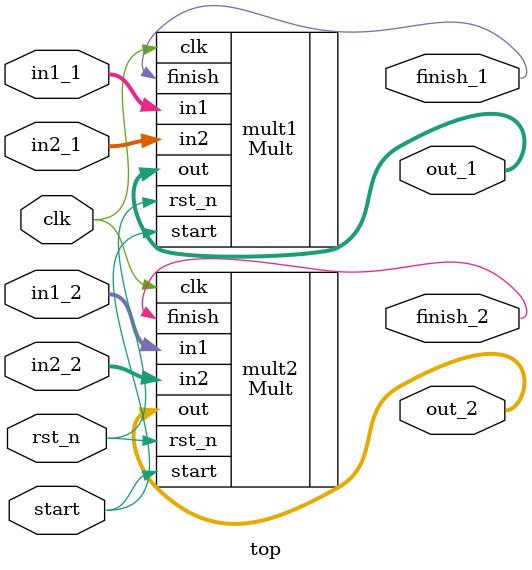
<source format=v>
module top #(parameter WIDTH = 8)(
    // input
    input                clk,
    input                rst_n,
    input                start,

    // 1st copy 
    input  [  WIDTH-1:0] in1_1,
    input  [  WIDTH-1:0] in2_1,

    // 2nd copy
    input  [  WIDTH-1:0] in1_2,
    input  [  WIDTH-1:0] in2_2,

    // output
    output [2*WIDTH-1:0] out_1,
    output [2*WIDTH-1:0] out_2,

    output               finish_1,
    output               finish_2

    
);

Mult mult1(
    // input
    .clk(clk),
    .rst_n(rst_n),
    .start(start),
    .in1(in1_1),
    .in2(in2_1),
    // output
    .out(out_1),
    .finish(finish_1)
);

Mult mult2(
    // input
    .clk(clk),
    .rst_n(rst_n),
    .start(start),
    .in1(in1_2),
    .in2(in2_2),
    // output
    .out(out_2),
    .finish(finish_2)
);

endmodule
</source>
